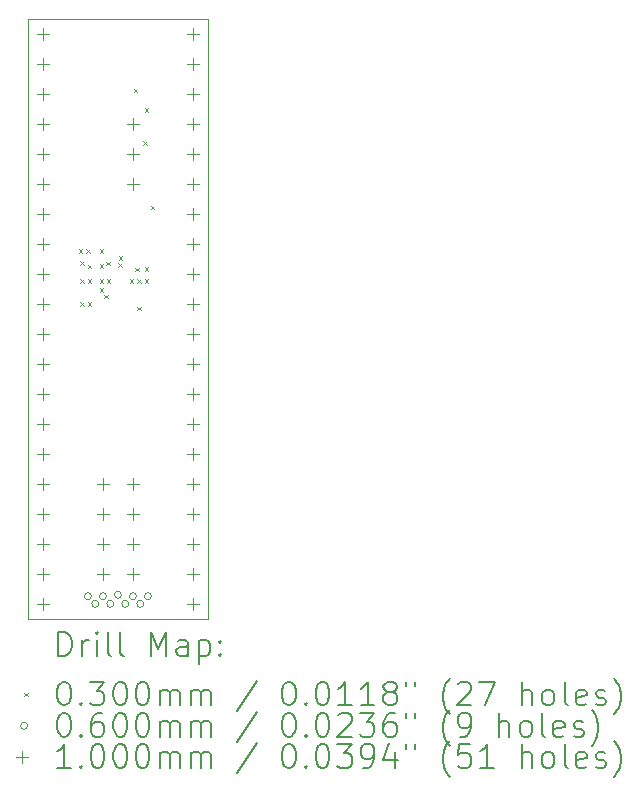
<source format=gbr>
%TF.GenerationSoftware,KiCad,Pcbnew,8.0.0*%
%TF.CreationDate,2024-03-15T22:38:59+11:00*%
%TF.ProjectId,PCAL6534EV-breakout,5043414c-3635-4333-9445-562d62726561,rev?*%
%TF.SameCoordinates,Original*%
%TF.FileFunction,Drillmap*%
%TF.FilePolarity,Positive*%
%FSLAX45Y45*%
G04 Gerber Fmt 4.5, Leading zero omitted, Abs format (unit mm)*
G04 Created by KiCad (PCBNEW 8.0.0) date 2024-03-15 22:38:59*
%MOMM*%
%LPD*%
G01*
G04 APERTURE LIST*
%ADD10C,0.050000*%
%ADD11C,0.200000*%
%ADD12C,0.100000*%
G04 APERTURE END LIST*
D10*
X14738000Y-8508000D02*
X16262000Y-8508000D01*
X16262000Y-13588000D01*
X14738000Y-13588000D01*
X14738000Y-8508000D01*
D11*
D12*
X15167500Y-10461500D02*
X15197500Y-10491500D01*
X15197500Y-10461500D02*
X15167500Y-10491500D01*
X15180200Y-10563100D02*
X15210200Y-10593100D01*
X15210200Y-10563100D02*
X15180200Y-10593100D01*
X15180200Y-10715500D02*
X15210200Y-10745500D01*
X15210200Y-10715500D02*
X15180200Y-10745500D01*
X15180200Y-10908100D02*
X15210200Y-10938100D01*
X15210200Y-10908100D02*
X15180200Y-10938100D01*
X15233100Y-10461500D02*
X15263100Y-10491500D01*
X15263100Y-10461500D02*
X15233100Y-10491500D01*
X15243588Y-10588612D02*
X15273588Y-10618612D01*
X15273588Y-10588612D02*
X15243588Y-10618612D01*
X15243700Y-10715500D02*
X15273700Y-10745500D01*
X15273700Y-10715500D02*
X15243700Y-10745500D01*
X15243723Y-10908100D02*
X15273723Y-10938100D01*
X15273723Y-10908100D02*
X15243723Y-10938100D01*
X15345300Y-10588500D02*
X15375300Y-10618500D01*
X15375300Y-10588500D02*
X15345300Y-10618500D01*
X15345300Y-10715500D02*
X15375300Y-10745500D01*
X15375300Y-10715500D02*
X15345300Y-10745500D01*
X15345300Y-10788500D02*
X15375300Y-10818500D01*
X15375300Y-10788500D02*
X15345300Y-10818500D01*
X15345700Y-10461500D02*
X15375700Y-10491500D01*
X15375700Y-10461500D02*
X15345700Y-10491500D01*
X15385000Y-10845000D02*
X15415000Y-10875000D01*
X15415000Y-10845000D02*
X15385000Y-10875000D01*
X15403541Y-10563315D02*
X15433541Y-10593315D01*
X15433541Y-10563315D02*
X15403541Y-10593315D01*
X15404000Y-10715500D02*
X15434000Y-10745500D01*
X15434000Y-10715500D02*
X15404000Y-10745500D01*
X15505000Y-10575800D02*
X15535000Y-10605800D01*
X15535000Y-10575800D02*
X15505000Y-10605800D01*
X15505698Y-10518000D02*
X15535698Y-10548000D01*
X15535698Y-10518000D02*
X15505698Y-10548000D01*
X15599300Y-10715500D02*
X15629300Y-10745500D01*
X15629300Y-10715500D02*
X15599300Y-10745500D01*
X15635003Y-9100203D02*
X15665003Y-9130203D01*
X15665003Y-9100203D02*
X15635003Y-9130203D01*
X15649196Y-10616699D02*
X15679196Y-10646699D01*
X15679196Y-10616699D02*
X15649196Y-10646699D01*
X15662800Y-10945500D02*
X15692800Y-10975500D01*
X15692800Y-10945500D02*
X15662800Y-10975500D01*
X15662800Y-10715500D02*
X15692800Y-10745500D01*
X15692800Y-10715500D02*
X15662800Y-10745500D01*
X15713600Y-9547100D02*
X15743600Y-9577100D01*
X15743600Y-9547100D02*
X15713600Y-9577100D01*
X15726300Y-9267700D02*
X15756300Y-9297700D01*
X15756300Y-9267700D02*
X15726300Y-9297700D01*
X15726300Y-10613900D02*
X15756300Y-10643900D01*
X15756300Y-10613900D02*
X15726300Y-10643900D01*
X15726300Y-10715500D02*
X15756300Y-10745500D01*
X15756300Y-10715500D02*
X15726300Y-10745500D01*
X15777100Y-10090200D02*
X15807100Y-10120200D01*
X15807100Y-10090200D02*
X15777100Y-10120200D01*
X15276000Y-13397500D02*
G75*
G02*
X15216000Y-13397500I-30000J0D01*
G01*
X15216000Y-13397500D02*
G75*
G02*
X15276000Y-13397500I30000J0D01*
G01*
X15339500Y-13461000D02*
G75*
G02*
X15279500Y-13461000I-30000J0D01*
G01*
X15279500Y-13461000D02*
G75*
G02*
X15339500Y-13461000I30000J0D01*
G01*
X15403000Y-13397500D02*
G75*
G02*
X15343000Y-13397500I-30000J0D01*
G01*
X15343000Y-13397500D02*
G75*
G02*
X15403000Y-13397500I30000J0D01*
G01*
X15466500Y-13461000D02*
G75*
G02*
X15406500Y-13461000I-30000J0D01*
G01*
X15406500Y-13461000D02*
G75*
G02*
X15466500Y-13461000I30000J0D01*
G01*
X15530000Y-13384800D02*
G75*
G02*
X15470000Y-13384800I-30000J0D01*
G01*
X15470000Y-13384800D02*
G75*
G02*
X15530000Y-13384800I30000J0D01*
G01*
X15593500Y-13461000D02*
G75*
G02*
X15533500Y-13461000I-30000J0D01*
G01*
X15533500Y-13461000D02*
G75*
G02*
X15593500Y-13461000I30000J0D01*
G01*
X15657000Y-13397500D02*
G75*
G02*
X15597000Y-13397500I-30000J0D01*
G01*
X15597000Y-13397500D02*
G75*
G02*
X15657000Y-13397500I30000J0D01*
G01*
X15720500Y-13461000D02*
G75*
G02*
X15660500Y-13461000I-30000J0D01*
G01*
X15660500Y-13461000D02*
G75*
G02*
X15720500Y-13461000I30000J0D01*
G01*
X15784000Y-13397500D02*
G75*
G02*
X15724000Y-13397500I-30000J0D01*
G01*
X15724000Y-13397500D02*
G75*
G02*
X15784000Y-13397500I30000J0D01*
G01*
X14865000Y-8585000D02*
X14865000Y-8685000D01*
X14815000Y-8635000D02*
X14915000Y-8635000D01*
X14865000Y-8839000D02*
X14865000Y-8939000D01*
X14815000Y-8889000D02*
X14915000Y-8889000D01*
X14865000Y-9093000D02*
X14865000Y-9193000D01*
X14815000Y-9143000D02*
X14915000Y-9143000D01*
X14865000Y-9347000D02*
X14865000Y-9447000D01*
X14815000Y-9397000D02*
X14915000Y-9397000D01*
X14865000Y-9601000D02*
X14865000Y-9701000D01*
X14815000Y-9651000D02*
X14915000Y-9651000D01*
X14865000Y-9855000D02*
X14865000Y-9955000D01*
X14815000Y-9905000D02*
X14915000Y-9905000D01*
X14865000Y-10109000D02*
X14865000Y-10209000D01*
X14815000Y-10159000D02*
X14915000Y-10159000D01*
X14865000Y-10363000D02*
X14865000Y-10463000D01*
X14815000Y-10413000D02*
X14915000Y-10413000D01*
X14865000Y-10617000D02*
X14865000Y-10717000D01*
X14815000Y-10667000D02*
X14915000Y-10667000D01*
X14865000Y-10871000D02*
X14865000Y-10971000D01*
X14815000Y-10921000D02*
X14915000Y-10921000D01*
X14865000Y-11125000D02*
X14865000Y-11225000D01*
X14815000Y-11175000D02*
X14915000Y-11175000D01*
X14865000Y-11379000D02*
X14865000Y-11479000D01*
X14815000Y-11429000D02*
X14915000Y-11429000D01*
X14865000Y-11633000D02*
X14865000Y-11733000D01*
X14815000Y-11683000D02*
X14915000Y-11683000D01*
X14865000Y-11887000D02*
X14865000Y-11987000D01*
X14815000Y-11937000D02*
X14915000Y-11937000D01*
X14865000Y-12141000D02*
X14865000Y-12241000D01*
X14815000Y-12191000D02*
X14915000Y-12191000D01*
X14865000Y-12395000D02*
X14865000Y-12495000D01*
X14815000Y-12445000D02*
X14915000Y-12445000D01*
X14865000Y-12649000D02*
X14865000Y-12749000D01*
X14815000Y-12699000D02*
X14915000Y-12699000D01*
X14865000Y-12903000D02*
X14865000Y-13003000D01*
X14815000Y-12953000D02*
X14915000Y-12953000D01*
X14865000Y-13157000D02*
X14865000Y-13257000D01*
X14815000Y-13207000D02*
X14915000Y-13207000D01*
X14865000Y-13411000D02*
X14865000Y-13511000D01*
X14815000Y-13461000D02*
X14915000Y-13461000D01*
X15372500Y-12395000D02*
X15372500Y-12495000D01*
X15322500Y-12445000D02*
X15422500Y-12445000D01*
X15372500Y-12649000D02*
X15372500Y-12749000D01*
X15322500Y-12699000D02*
X15422500Y-12699000D01*
X15372500Y-12903000D02*
X15372500Y-13003000D01*
X15322500Y-12953000D02*
X15422500Y-12953000D01*
X15372500Y-13157000D02*
X15372500Y-13257000D01*
X15322500Y-13207000D02*
X15422500Y-13207000D01*
X15626500Y-12395000D02*
X15626500Y-12495000D01*
X15576500Y-12445000D02*
X15676500Y-12445000D01*
X15626500Y-12649000D02*
X15626500Y-12749000D01*
X15576500Y-12699000D02*
X15676500Y-12699000D01*
X15626500Y-12903000D02*
X15626500Y-13003000D01*
X15576500Y-12953000D02*
X15676500Y-12953000D01*
X15626500Y-13157000D02*
X15626500Y-13257000D01*
X15576500Y-13207000D02*
X15676500Y-13207000D01*
X15627000Y-9348500D02*
X15627000Y-9448500D01*
X15577000Y-9398500D02*
X15677000Y-9398500D01*
X15627000Y-9602500D02*
X15627000Y-9702500D01*
X15577000Y-9652500D02*
X15677000Y-9652500D01*
X15627000Y-9856500D02*
X15627000Y-9956500D01*
X15577000Y-9906500D02*
X15677000Y-9906500D01*
X16135000Y-8585000D02*
X16135000Y-8685000D01*
X16085000Y-8635000D02*
X16185000Y-8635000D01*
X16135000Y-8839000D02*
X16135000Y-8939000D01*
X16085000Y-8889000D02*
X16185000Y-8889000D01*
X16135000Y-9093000D02*
X16135000Y-9193000D01*
X16085000Y-9143000D02*
X16185000Y-9143000D01*
X16135000Y-9347000D02*
X16135000Y-9447000D01*
X16085000Y-9397000D02*
X16185000Y-9397000D01*
X16135000Y-9601000D02*
X16135000Y-9701000D01*
X16085000Y-9651000D02*
X16185000Y-9651000D01*
X16135000Y-9855000D02*
X16135000Y-9955000D01*
X16085000Y-9905000D02*
X16185000Y-9905000D01*
X16135000Y-10109000D02*
X16135000Y-10209000D01*
X16085000Y-10159000D02*
X16185000Y-10159000D01*
X16135000Y-10363000D02*
X16135000Y-10463000D01*
X16085000Y-10413000D02*
X16185000Y-10413000D01*
X16135000Y-10617000D02*
X16135000Y-10717000D01*
X16085000Y-10667000D02*
X16185000Y-10667000D01*
X16135000Y-10871000D02*
X16135000Y-10971000D01*
X16085000Y-10921000D02*
X16185000Y-10921000D01*
X16135000Y-11125000D02*
X16135000Y-11225000D01*
X16085000Y-11175000D02*
X16185000Y-11175000D01*
X16135000Y-11379000D02*
X16135000Y-11479000D01*
X16085000Y-11429000D02*
X16185000Y-11429000D01*
X16135000Y-11633000D02*
X16135000Y-11733000D01*
X16085000Y-11683000D02*
X16185000Y-11683000D01*
X16135000Y-11887000D02*
X16135000Y-11987000D01*
X16085000Y-11937000D02*
X16185000Y-11937000D01*
X16135000Y-12141000D02*
X16135000Y-12241000D01*
X16085000Y-12191000D02*
X16185000Y-12191000D01*
X16135000Y-12395000D02*
X16135000Y-12495000D01*
X16085000Y-12445000D02*
X16185000Y-12445000D01*
X16135000Y-12649000D02*
X16135000Y-12749000D01*
X16085000Y-12699000D02*
X16185000Y-12699000D01*
X16135000Y-12903000D02*
X16135000Y-13003000D01*
X16085000Y-12953000D02*
X16185000Y-12953000D01*
X16135000Y-13157000D02*
X16135000Y-13257000D01*
X16085000Y-13207000D02*
X16185000Y-13207000D01*
X16135000Y-13411000D02*
X16135000Y-13511000D01*
X16085000Y-13461000D02*
X16185000Y-13461000D01*
D11*
X14996277Y-13901984D02*
X14996277Y-13701984D01*
X14996277Y-13701984D02*
X15043896Y-13701984D01*
X15043896Y-13701984D02*
X15072467Y-13711508D01*
X15072467Y-13711508D02*
X15091515Y-13730555D01*
X15091515Y-13730555D02*
X15101039Y-13749603D01*
X15101039Y-13749603D02*
X15110562Y-13787698D01*
X15110562Y-13787698D02*
X15110562Y-13816269D01*
X15110562Y-13816269D02*
X15101039Y-13854365D01*
X15101039Y-13854365D02*
X15091515Y-13873412D01*
X15091515Y-13873412D02*
X15072467Y-13892460D01*
X15072467Y-13892460D02*
X15043896Y-13901984D01*
X15043896Y-13901984D02*
X14996277Y-13901984D01*
X15196277Y-13901984D02*
X15196277Y-13768650D01*
X15196277Y-13806746D02*
X15205801Y-13787698D01*
X15205801Y-13787698D02*
X15215324Y-13778174D01*
X15215324Y-13778174D02*
X15234372Y-13768650D01*
X15234372Y-13768650D02*
X15253420Y-13768650D01*
X15320086Y-13901984D02*
X15320086Y-13768650D01*
X15320086Y-13701984D02*
X15310562Y-13711508D01*
X15310562Y-13711508D02*
X15320086Y-13721031D01*
X15320086Y-13721031D02*
X15329610Y-13711508D01*
X15329610Y-13711508D02*
X15320086Y-13701984D01*
X15320086Y-13701984D02*
X15320086Y-13721031D01*
X15443896Y-13901984D02*
X15424848Y-13892460D01*
X15424848Y-13892460D02*
X15415324Y-13873412D01*
X15415324Y-13873412D02*
X15415324Y-13701984D01*
X15548658Y-13901984D02*
X15529610Y-13892460D01*
X15529610Y-13892460D02*
X15520086Y-13873412D01*
X15520086Y-13873412D02*
X15520086Y-13701984D01*
X15777229Y-13901984D02*
X15777229Y-13701984D01*
X15777229Y-13701984D02*
X15843896Y-13844841D01*
X15843896Y-13844841D02*
X15910562Y-13701984D01*
X15910562Y-13701984D02*
X15910562Y-13901984D01*
X16091515Y-13901984D02*
X16091515Y-13797222D01*
X16091515Y-13797222D02*
X16081991Y-13778174D01*
X16081991Y-13778174D02*
X16062943Y-13768650D01*
X16062943Y-13768650D02*
X16024848Y-13768650D01*
X16024848Y-13768650D02*
X16005801Y-13778174D01*
X16091515Y-13892460D02*
X16072467Y-13901984D01*
X16072467Y-13901984D02*
X16024848Y-13901984D01*
X16024848Y-13901984D02*
X16005801Y-13892460D01*
X16005801Y-13892460D02*
X15996277Y-13873412D01*
X15996277Y-13873412D02*
X15996277Y-13854365D01*
X15996277Y-13854365D02*
X16005801Y-13835317D01*
X16005801Y-13835317D02*
X16024848Y-13825793D01*
X16024848Y-13825793D02*
X16072467Y-13825793D01*
X16072467Y-13825793D02*
X16091515Y-13816269D01*
X16186753Y-13768650D02*
X16186753Y-13968650D01*
X16186753Y-13778174D02*
X16205801Y-13768650D01*
X16205801Y-13768650D02*
X16243896Y-13768650D01*
X16243896Y-13768650D02*
X16262943Y-13778174D01*
X16262943Y-13778174D02*
X16272467Y-13787698D01*
X16272467Y-13787698D02*
X16281991Y-13806746D01*
X16281991Y-13806746D02*
X16281991Y-13863888D01*
X16281991Y-13863888D02*
X16272467Y-13882936D01*
X16272467Y-13882936D02*
X16262943Y-13892460D01*
X16262943Y-13892460D02*
X16243896Y-13901984D01*
X16243896Y-13901984D02*
X16205801Y-13901984D01*
X16205801Y-13901984D02*
X16186753Y-13892460D01*
X16367705Y-13882936D02*
X16377229Y-13892460D01*
X16377229Y-13892460D02*
X16367705Y-13901984D01*
X16367705Y-13901984D02*
X16358182Y-13892460D01*
X16358182Y-13892460D02*
X16367705Y-13882936D01*
X16367705Y-13882936D02*
X16367705Y-13901984D01*
X16367705Y-13778174D02*
X16377229Y-13787698D01*
X16377229Y-13787698D02*
X16367705Y-13797222D01*
X16367705Y-13797222D02*
X16358182Y-13787698D01*
X16358182Y-13787698D02*
X16367705Y-13778174D01*
X16367705Y-13778174D02*
X16367705Y-13797222D01*
D12*
X14705500Y-14215500D02*
X14735500Y-14245500D01*
X14735500Y-14215500D02*
X14705500Y-14245500D01*
D11*
X15034372Y-14121984D02*
X15053420Y-14121984D01*
X15053420Y-14121984D02*
X15072467Y-14131508D01*
X15072467Y-14131508D02*
X15081991Y-14141031D01*
X15081991Y-14141031D02*
X15091515Y-14160079D01*
X15091515Y-14160079D02*
X15101039Y-14198174D01*
X15101039Y-14198174D02*
X15101039Y-14245793D01*
X15101039Y-14245793D02*
X15091515Y-14283888D01*
X15091515Y-14283888D02*
X15081991Y-14302936D01*
X15081991Y-14302936D02*
X15072467Y-14312460D01*
X15072467Y-14312460D02*
X15053420Y-14321984D01*
X15053420Y-14321984D02*
X15034372Y-14321984D01*
X15034372Y-14321984D02*
X15015324Y-14312460D01*
X15015324Y-14312460D02*
X15005801Y-14302936D01*
X15005801Y-14302936D02*
X14996277Y-14283888D01*
X14996277Y-14283888D02*
X14986753Y-14245793D01*
X14986753Y-14245793D02*
X14986753Y-14198174D01*
X14986753Y-14198174D02*
X14996277Y-14160079D01*
X14996277Y-14160079D02*
X15005801Y-14141031D01*
X15005801Y-14141031D02*
X15015324Y-14131508D01*
X15015324Y-14131508D02*
X15034372Y-14121984D01*
X15186753Y-14302936D02*
X15196277Y-14312460D01*
X15196277Y-14312460D02*
X15186753Y-14321984D01*
X15186753Y-14321984D02*
X15177229Y-14312460D01*
X15177229Y-14312460D02*
X15186753Y-14302936D01*
X15186753Y-14302936D02*
X15186753Y-14321984D01*
X15262943Y-14121984D02*
X15386753Y-14121984D01*
X15386753Y-14121984D02*
X15320086Y-14198174D01*
X15320086Y-14198174D02*
X15348658Y-14198174D01*
X15348658Y-14198174D02*
X15367705Y-14207698D01*
X15367705Y-14207698D02*
X15377229Y-14217222D01*
X15377229Y-14217222D02*
X15386753Y-14236269D01*
X15386753Y-14236269D02*
X15386753Y-14283888D01*
X15386753Y-14283888D02*
X15377229Y-14302936D01*
X15377229Y-14302936D02*
X15367705Y-14312460D01*
X15367705Y-14312460D02*
X15348658Y-14321984D01*
X15348658Y-14321984D02*
X15291515Y-14321984D01*
X15291515Y-14321984D02*
X15272467Y-14312460D01*
X15272467Y-14312460D02*
X15262943Y-14302936D01*
X15510562Y-14121984D02*
X15529610Y-14121984D01*
X15529610Y-14121984D02*
X15548658Y-14131508D01*
X15548658Y-14131508D02*
X15558182Y-14141031D01*
X15558182Y-14141031D02*
X15567705Y-14160079D01*
X15567705Y-14160079D02*
X15577229Y-14198174D01*
X15577229Y-14198174D02*
X15577229Y-14245793D01*
X15577229Y-14245793D02*
X15567705Y-14283888D01*
X15567705Y-14283888D02*
X15558182Y-14302936D01*
X15558182Y-14302936D02*
X15548658Y-14312460D01*
X15548658Y-14312460D02*
X15529610Y-14321984D01*
X15529610Y-14321984D02*
X15510562Y-14321984D01*
X15510562Y-14321984D02*
X15491515Y-14312460D01*
X15491515Y-14312460D02*
X15481991Y-14302936D01*
X15481991Y-14302936D02*
X15472467Y-14283888D01*
X15472467Y-14283888D02*
X15462943Y-14245793D01*
X15462943Y-14245793D02*
X15462943Y-14198174D01*
X15462943Y-14198174D02*
X15472467Y-14160079D01*
X15472467Y-14160079D02*
X15481991Y-14141031D01*
X15481991Y-14141031D02*
X15491515Y-14131508D01*
X15491515Y-14131508D02*
X15510562Y-14121984D01*
X15701039Y-14121984D02*
X15720086Y-14121984D01*
X15720086Y-14121984D02*
X15739134Y-14131508D01*
X15739134Y-14131508D02*
X15748658Y-14141031D01*
X15748658Y-14141031D02*
X15758182Y-14160079D01*
X15758182Y-14160079D02*
X15767705Y-14198174D01*
X15767705Y-14198174D02*
X15767705Y-14245793D01*
X15767705Y-14245793D02*
X15758182Y-14283888D01*
X15758182Y-14283888D02*
X15748658Y-14302936D01*
X15748658Y-14302936D02*
X15739134Y-14312460D01*
X15739134Y-14312460D02*
X15720086Y-14321984D01*
X15720086Y-14321984D02*
X15701039Y-14321984D01*
X15701039Y-14321984D02*
X15681991Y-14312460D01*
X15681991Y-14312460D02*
X15672467Y-14302936D01*
X15672467Y-14302936D02*
X15662943Y-14283888D01*
X15662943Y-14283888D02*
X15653420Y-14245793D01*
X15653420Y-14245793D02*
X15653420Y-14198174D01*
X15653420Y-14198174D02*
X15662943Y-14160079D01*
X15662943Y-14160079D02*
X15672467Y-14141031D01*
X15672467Y-14141031D02*
X15681991Y-14131508D01*
X15681991Y-14131508D02*
X15701039Y-14121984D01*
X15853420Y-14321984D02*
X15853420Y-14188650D01*
X15853420Y-14207698D02*
X15862943Y-14198174D01*
X15862943Y-14198174D02*
X15881991Y-14188650D01*
X15881991Y-14188650D02*
X15910563Y-14188650D01*
X15910563Y-14188650D02*
X15929610Y-14198174D01*
X15929610Y-14198174D02*
X15939134Y-14217222D01*
X15939134Y-14217222D02*
X15939134Y-14321984D01*
X15939134Y-14217222D02*
X15948658Y-14198174D01*
X15948658Y-14198174D02*
X15967705Y-14188650D01*
X15967705Y-14188650D02*
X15996277Y-14188650D01*
X15996277Y-14188650D02*
X16015324Y-14198174D01*
X16015324Y-14198174D02*
X16024848Y-14217222D01*
X16024848Y-14217222D02*
X16024848Y-14321984D01*
X16120086Y-14321984D02*
X16120086Y-14188650D01*
X16120086Y-14207698D02*
X16129610Y-14198174D01*
X16129610Y-14198174D02*
X16148658Y-14188650D01*
X16148658Y-14188650D02*
X16177229Y-14188650D01*
X16177229Y-14188650D02*
X16196277Y-14198174D01*
X16196277Y-14198174D02*
X16205801Y-14217222D01*
X16205801Y-14217222D02*
X16205801Y-14321984D01*
X16205801Y-14217222D02*
X16215324Y-14198174D01*
X16215324Y-14198174D02*
X16234372Y-14188650D01*
X16234372Y-14188650D02*
X16262943Y-14188650D01*
X16262943Y-14188650D02*
X16281991Y-14198174D01*
X16281991Y-14198174D02*
X16291515Y-14217222D01*
X16291515Y-14217222D02*
X16291515Y-14321984D01*
X16681991Y-14112460D02*
X16510563Y-14369603D01*
X16939134Y-14121984D02*
X16958182Y-14121984D01*
X16958182Y-14121984D02*
X16977229Y-14131508D01*
X16977229Y-14131508D02*
X16986753Y-14141031D01*
X16986753Y-14141031D02*
X16996277Y-14160079D01*
X16996277Y-14160079D02*
X17005801Y-14198174D01*
X17005801Y-14198174D02*
X17005801Y-14245793D01*
X17005801Y-14245793D02*
X16996277Y-14283888D01*
X16996277Y-14283888D02*
X16986753Y-14302936D01*
X16986753Y-14302936D02*
X16977229Y-14312460D01*
X16977229Y-14312460D02*
X16958182Y-14321984D01*
X16958182Y-14321984D02*
X16939134Y-14321984D01*
X16939134Y-14321984D02*
X16920087Y-14312460D01*
X16920087Y-14312460D02*
X16910563Y-14302936D01*
X16910563Y-14302936D02*
X16901039Y-14283888D01*
X16901039Y-14283888D02*
X16891515Y-14245793D01*
X16891515Y-14245793D02*
X16891515Y-14198174D01*
X16891515Y-14198174D02*
X16901039Y-14160079D01*
X16901039Y-14160079D02*
X16910563Y-14141031D01*
X16910563Y-14141031D02*
X16920087Y-14131508D01*
X16920087Y-14131508D02*
X16939134Y-14121984D01*
X17091515Y-14302936D02*
X17101039Y-14312460D01*
X17101039Y-14312460D02*
X17091515Y-14321984D01*
X17091515Y-14321984D02*
X17081991Y-14312460D01*
X17081991Y-14312460D02*
X17091515Y-14302936D01*
X17091515Y-14302936D02*
X17091515Y-14321984D01*
X17224848Y-14121984D02*
X17243896Y-14121984D01*
X17243896Y-14121984D02*
X17262944Y-14131508D01*
X17262944Y-14131508D02*
X17272468Y-14141031D01*
X17272468Y-14141031D02*
X17281991Y-14160079D01*
X17281991Y-14160079D02*
X17291515Y-14198174D01*
X17291515Y-14198174D02*
X17291515Y-14245793D01*
X17291515Y-14245793D02*
X17281991Y-14283888D01*
X17281991Y-14283888D02*
X17272468Y-14302936D01*
X17272468Y-14302936D02*
X17262944Y-14312460D01*
X17262944Y-14312460D02*
X17243896Y-14321984D01*
X17243896Y-14321984D02*
X17224848Y-14321984D01*
X17224848Y-14321984D02*
X17205801Y-14312460D01*
X17205801Y-14312460D02*
X17196277Y-14302936D01*
X17196277Y-14302936D02*
X17186753Y-14283888D01*
X17186753Y-14283888D02*
X17177229Y-14245793D01*
X17177229Y-14245793D02*
X17177229Y-14198174D01*
X17177229Y-14198174D02*
X17186753Y-14160079D01*
X17186753Y-14160079D02*
X17196277Y-14141031D01*
X17196277Y-14141031D02*
X17205801Y-14131508D01*
X17205801Y-14131508D02*
X17224848Y-14121984D01*
X17481991Y-14321984D02*
X17367706Y-14321984D01*
X17424848Y-14321984D02*
X17424848Y-14121984D01*
X17424848Y-14121984D02*
X17405801Y-14150555D01*
X17405801Y-14150555D02*
X17386753Y-14169603D01*
X17386753Y-14169603D02*
X17367706Y-14179127D01*
X17672468Y-14321984D02*
X17558182Y-14321984D01*
X17615325Y-14321984D02*
X17615325Y-14121984D01*
X17615325Y-14121984D02*
X17596277Y-14150555D01*
X17596277Y-14150555D02*
X17577229Y-14169603D01*
X17577229Y-14169603D02*
X17558182Y-14179127D01*
X17786753Y-14207698D02*
X17767706Y-14198174D01*
X17767706Y-14198174D02*
X17758182Y-14188650D01*
X17758182Y-14188650D02*
X17748658Y-14169603D01*
X17748658Y-14169603D02*
X17748658Y-14160079D01*
X17748658Y-14160079D02*
X17758182Y-14141031D01*
X17758182Y-14141031D02*
X17767706Y-14131508D01*
X17767706Y-14131508D02*
X17786753Y-14121984D01*
X17786753Y-14121984D02*
X17824849Y-14121984D01*
X17824849Y-14121984D02*
X17843896Y-14131508D01*
X17843896Y-14131508D02*
X17853420Y-14141031D01*
X17853420Y-14141031D02*
X17862944Y-14160079D01*
X17862944Y-14160079D02*
X17862944Y-14169603D01*
X17862944Y-14169603D02*
X17853420Y-14188650D01*
X17853420Y-14188650D02*
X17843896Y-14198174D01*
X17843896Y-14198174D02*
X17824849Y-14207698D01*
X17824849Y-14207698D02*
X17786753Y-14207698D01*
X17786753Y-14207698D02*
X17767706Y-14217222D01*
X17767706Y-14217222D02*
X17758182Y-14226746D01*
X17758182Y-14226746D02*
X17748658Y-14245793D01*
X17748658Y-14245793D02*
X17748658Y-14283888D01*
X17748658Y-14283888D02*
X17758182Y-14302936D01*
X17758182Y-14302936D02*
X17767706Y-14312460D01*
X17767706Y-14312460D02*
X17786753Y-14321984D01*
X17786753Y-14321984D02*
X17824849Y-14321984D01*
X17824849Y-14321984D02*
X17843896Y-14312460D01*
X17843896Y-14312460D02*
X17853420Y-14302936D01*
X17853420Y-14302936D02*
X17862944Y-14283888D01*
X17862944Y-14283888D02*
X17862944Y-14245793D01*
X17862944Y-14245793D02*
X17853420Y-14226746D01*
X17853420Y-14226746D02*
X17843896Y-14217222D01*
X17843896Y-14217222D02*
X17824849Y-14207698D01*
X17939134Y-14121984D02*
X17939134Y-14160079D01*
X18015325Y-14121984D02*
X18015325Y-14160079D01*
X18310563Y-14398174D02*
X18301039Y-14388650D01*
X18301039Y-14388650D02*
X18281991Y-14360079D01*
X18281991Y-14360079D02*
X18272468Y-14341031D01*
X18272468Y-14341031D02*
X18262944Y-14312460D01*
X18262944Y-14312460D02*
X18253420Y-14264841D01*
X18253420Y-14264841D02*
X18253420Y-14226746D01*
X18253420Y-14226746D02*
X18262944Y-14179127D01*
X18262944Y-14179127D02*
X18272468Y-14150555D01*
X18272468Y-14150555D02*
X18281991Y-14131508D01*
X18281991Y-14131508D02*
X18301039Y-14102936D01*
X18301039Y-14102936D02*
X18310563Y-14093412D01*
X18377230Y-14141031D02*
X18386753Y-14131508D01*
X18386753Y-14131508D02*
X18405801Y-14121984D01*
X18405801Y-14121984D02*
X18453420Y-14121984D01*
X18453420Y-14121984D02*
X18472468Y-14131508D01*
X18472468Y-14131508D02*
X18481991Y-14141031D01*
X18481991Y-14141031D02*
X18491515Y-14160079D01*
X18491515Y-14160079D02*
X18491515Y-14179127D01*
X18491515Y-14179127D02*
X18481991Y-14207698D01*
X18481991Y-14207698D02*
X18367706Y-14321984D01*
X18367706Y-14321984D02*
X18491515Y-14321984D01*
X18558182Y-14121984D02*
X18691515Y-14121984D01*
X18691515Y-14121984D02*
X18605801Y-14321984D01*
X18920087Y-14321984D02*
X18920087Y-14121984D01*
X19005801Y-14321984D02*
X19005801Y-14217222D01*
X19005801Y-14217222D02*
X18996277Y-14198174D01*
X18996277Y-14198174D02*
X18977230Y-14188650D01*
X18977230Y-14188650D02*
X18948658Y-14188650D01*
X18948658Y-14188650D02*
X18929611Y-14198174D01*
X18929611Y-14198174D02*
X18920087Y-14207698D01*
X19129611Y-14321984D02*
X19110563Y-14312460D01*
X19110563Y-14312460D02*
X19101039Y-14302936D01*
X19101039Y-14302936D02*
X19091515Y-14283888D01*
X19091515Y-14283888D02*
X19091515Y-14226746D01*
X19091515Y-14226746D02*
X19101039Y-14207698D01*
X19101039Y-14207698D02*
X19110563Y-14198174D01*
X19110563Y-14198174D02*
X19129611Y-14188650D01*
X19129611Y-14188650D02*
X19158182Y-14188650D01*
X19158182Y-14188650D02*
X19177230Y-14198174D01*
X19177230Y-14198174D02*
X19186753Y-14207698D01*
X19186753Y-14207698D02*
X19196277Y-14226746D01*
X19196277Y-14226746D02*
X19196277Y-14283888D01*
X19196277Y-14283888D02*
X19186753Y-14302936D01*
X19186753Y-14302936D02*
X19177230Y-14312460D01*
X19177230Y-14312460D02*
X19158182Y-14321984D01*
X19158182Y-14321984D02*
X19129611Y-14321984D01*
X19310563Y-14321984D02*
X19291515Y-14312460D01*
X19291515Y-14312460D02*
X19281992Y-14293412D01*
X19281992Y-14293412D02*
X19281992Y-14121984D01*
X19462944Y-14312460D02*
X19443896Y-14321984D01*
X19443896Y-14321984D02*
X19405801Y-14321984D01*
X19405801Y-14321984D02*
X19386753Y-14312460D01*
X19386753Y-14312460D02*
X19377230Y-14293412D01*
X19377230Y-14293412D02*
X19377230Y-14217222D01*
X19377230Y-14217222D02*
X19386753Y-14198174D01*
X19386753Y-14198174D02*
X19405801Y-14188650D01*
X19405801Y-14188650D02*
X19443896Y-14188650D01*
X19443896Y-14188650D02*
X19462944Y-14198174D01*
X19462944Y-14198174D02*
X19472468Y-14217222D01*
X19472468Y-14217222D02*
X19472468Y-14236269D01*
X19472468Y-14236269D02*
X19377230Y-14255317D01*
X19548658Y-14312460D02*
X19567706Y-14321984D01*
X19567706Y-14321984D02*
X19605801Y-14321984D01*
X19605801Y-14321984D02*
X19624849Y-14312460D01*
X19624849Y-14312460D02*
X19634373Y-14293412D01*
X19634373Y-14293412D02*
X19634373Y-14283888D01*
X19634373Y-14283888D02*
X19624849Y-14264841D01*
X19624849Y-14264841D02*
X19605801Y-14255317D01*
X19605801Y-14255317D02*
X19577230Y-14255317D01*
X19577230Y-14255317D02*
X19558182Y-14245793D01*
X19558182Y-14245793D02*
X19548658Y-14226746D01*
X19548658Y-14226746D02*
X19548658Y-14217222D01*
X19548658Y-14217222D02*
X19558182Y-14198174D01*
X19558182Y-14198174D02*
X19577230Y-14188650D01*
X19577230Y-14188650D02*
X19605801Y-14188650D01*
X19605801Y-14188650D02*
X19624849Y-14198174D01*
X19701039Y-14398174D02*
X19710563Y-14388650D01*
X19710563Y-14388650D02*
X19729611Y-14360079D01*
X19729611Y-14360079D02*
X19739134Y-14341031D01*
X19739134Y-14341031D02*
X19748658Y-14312460D01*
X19748658Y-14312460D02*
X19758182Y-14264841D01*
X19758182Y-14264841D02*
X19758182Y-14226746D01*
X19758182Y-14226746D02*
X19748658Y-14179127D01*
X19748658Y-14179127D02*
X19739134Y-14150555D01*
X19739134Y-14150555D02*
X19729611Y-14131508D01*
X19729611Y-14131508D02*
X19710563Y-14102936D01*
X19710563Y-14102936D02*
X19701039Y-14093412D01*
D12*
X14735500Y-14494500D02*
G75*
G02*
X14675500Y-14494500I-30000J0D01*
G01*
X14675500Y-14494500D02*
G75*
G02*
X14735500Y-14494500I30000J0D01*
G01*
D11*
X15034372Y-14385984D02*
X15053420Y-14385984D01*
X15053420Y-14385984D02*
X15072467Y-14395508D01*
X15072467Y-14395508D02*
X15081991Y-14405031D01*
X15081991Y-14405031D02*
X15091515Y-14424079D01*
X15091515Y-14424079D02*
X15101039Y-14462174D01*
X15101039Y-14462174D02*
X15101039Y-14509793D01*
X15101039Y-14509793D02*
X15091515Y-14547888D01*
X15091515Y-14547888D02*
X15081991Y-14566936D01*
X15081991Y-14566936D02*
X15072467Y-14576460D01*
X15072467Y-14576460D02*
X15053420Y-14585984D01*
X15053420Y-14585984D02*
X15034372Y-14585984D01*
X15034372Y-14585984D02*
X15015324Y-14576460D01*
X15015324Y-14576460D02*
X15005801Y-14566936D01*
X15005801Y-14566936D02*
X14996277Y-14547888D01*
X14996277Y-14547888D02*
X14986753Y-14509793D01*
X14986753Y-14509793D02*
X14986753Y-14462174D01*
X14986753Y-14462174D02*
X14996277Y-14424079D01*
X14996277Y-14424079D02*
X15005801Y-14405031D01*
X15005801Y-14405031D02*
X15015324Y-14395508D01*
X15015324Y-14395508D02*
X15034372Y-14385984D01*
X15186753Y-14566936D02*
X15196277Y-14576460D01*
X15196277Y-14576460D02*
X15186753Y-14585984D01*
X15186753Y-14585984D02*
X15177229Y-14576460D01*
X15177229Y-14576460D02*
X15186753Y-14566936D01*
X15186753Y-14566936D02*
X15186753Y-14585984D01*
X15367705Y-14385984D02*
X15329610Y-14385984D01*
X15329610Y-14385984D02*
X15310562Y-14395508D01*
X15310562Y-14395508D02*
X15301039Y-14405031D01*
X15301039Y-14405031D02*
X15281991Y-14433603D01*
X15281991Y-14433603D02*
X15272467Y-14471698D01*
X15272467Y-14471698D02*
X15272467Y-14547888D01*
X15272467Y-14547888D02*
X15281991Y-14566936D01*
X15281991Y-14566936D02*
X15291515Y-14576460D01*
X15291515Y-14576460D02*
X15310562Y-14585984D01*
X15310562Y-14585984D02*
X15348658Y-14585984D01*
X15348658Y-14585984D02*
X15367705Y-14576460D01*
X15367705Y-14576460D02*
X15377229Y-14566936D01*
X15377229Y-14566936D02*
X15386753Y-14547888D01*
X15386753Y-14547888D02*
X15386753Y-14500269D01*
X15386753Y-14500269D02*
X15377229Y-14481222D01*
X15377229Y-14481222D02*
X15367705Y-14471698D01*
X15367705Y-14471698D02*
X15348658Y-14462174D01*
X15348658Y-14462174D02*
X15310562Y-14462174D01*
X15310562Y-14462174D02*
X15291515Y-14471698D01*
X15291515Y-14471698D02*
X15281991Y-14481222D01*
X15281991Y-14481222D02*
X15272467Y-14500269D01*
X15510562Y-14385984D02*
X15529610Y-14385984D01*
X15529610Y-14385984D02*
X15548658Y-14395508D01*
X15548658Y-14395508D02*
X15558182Y-14405031D01*
X15558182Y-14405031D02*
X15567705Y-14424079D01*
X15567705Y-14424079D02*
X15577229Y-14462174D01*
X15577229Y-14462174D02*
X15577229Y-14509793D01*
X15577229Y-14509793D02*
X15567705Y-14547888D01*
X15567705Y-14547888D02*
X15558182Y-14566936D01*
X15558182Y-14566936D02*
X15548658Y-14576460D01*
X15548658Y-14576460D02*
X15529610Y-14585984D01*
X15529610Y-14585984D02*
X15510562Y-14585984D01*
X15510562Y-14585984D02*
X15491515Y-14576460D01*
X15491515Y-14576460D02*
X15481991Y-14566936D01*
X15481991Y-14566936D02*
X15472467Y-14547888D01*
X15472467Y-14547888D02*
X15462943Y-14509793D01*
X15462943Y-14509793D02*
X15462943Y-14462174D01*
X15462943Y-14462174D02*
X15472467Y-14424079D01*
X15472467Y-14424079D02*
X15481991Y-14405031D01*
X15481991Y-14405031D02*
X15491515Y-14395508D01*
X15491515Y-14395508D02*
X15510562Y-14385984D01*
X15701039Y-14385984D02*
X15720086Y-14385984D01*
X15720086Y-14385984D02*
X15739134Y-14395508D01*
X15739134Y-14395508D02*
X15748658Y-14405031D01*
X15748658Y-14405031D02*
X15758182Y-14424079D01*
X15758182Y-14424079D02*
X15767705Y-14462174D01*
X15767705Y-14462174D02*
X15767705Y-14509793D01*
X15767705Y-14509793D02*
X15758182Y-14547888D01*
X15758182Y-14547888D02*
X15748658Y-14566936D01*
X15748658Y-14566936D02*
X15739134Y-14576460D01*
X15739134Y-14576460D02*
X15720086Y-14585984D01*
X15720086Y-14585984D02*
X15701039Y-14585984D01*
X15701039Y-14585984D02*
X15681991Y-14576460D01*
X15681991Y-14576460D02*
X15672467Y-14566936D01*
X15672467Y-14566936D02*
X15662943Y-14547888D01*
X15662943Y-14547888D02*
X15653420Y-14509793D01*
X15653420Y-14509793D02*
X15653420Y-14462174D01*
X15653420Y-14462174D02*
X15662943Y-14424079D01*
X15662943Y-14424079D02*
X15672467Y-14405031D01*
X15672467Y-14405031D02*
X15681991Y-14395508D01*
X15681991Y-14395508D02*
X15701039Y-14385984D01*
X15853420Y-14585984D02*
X15853420Y-14452650D01*
X15853420Y-14471698D02*
X15862943Y-14462174D01*
X15862943Y-14462174D02*
X15881991Y-14452650D01*
X15881991Y-14452650D02*
X15910563Y-14452650D01*
X15910563Y-14452650D02*
X15929610Y-14462174D01*
X15929610Y-14462174D02*
X15939134Y-14481222D01*
X15939134Y-14481222D02*
X15939134Y-14585984D01*
X15939134Y-14481222D02*
X15948658Y-14462174D01*
X15948658Y-14462174D02*
X15967705Y-14452650D01*
X15967705Y-14452650D02*
X15996277Y-14452650D01*
X15996277Y-14452650D02*
X16015324Y-14462174D01*
X16015324Y-14462174D02*
X16024848Y-14481222D01*
X16024848Y-14481222D02*
X16024848Y-14585984D01*
X16120086Y-14585984D02*
X16120086Y-14452650D01*
X16120086Y-14471698D02*
X16129610Y-14462174D01*
X16129610Y-14462174D02*
X16148658Y-14452650D01*
X16148658Y-14452650D02*
X16177229Y-14452650D01*
X16177229Y-14452650D02*
X16196277Y-14462174D01*
X16196277Y-14462174D02*
X16205801Y-14481222D01*
X16205801Y-14481222D02*
X16205801Y-14585984D01*
X16205801Y-14481222D02*
X16215324Y-14462174D01*
X16215324Y-14462174D02*
X16234372Y-14452650D01*
X16234372Y-14452650D02*
X16262943Y-14452650D01*
X16262943Y-14452650D02*
X16281991Y-14462174D01*
X16281991Y-14462174D02*
X16291515Y-14481222D01*
X16291515Y-14481222D02*
X16291515Y-14585984D01*
X16681991Y-14376460D02*
X16510563Y-14633603D01*
X16939134Y-14385984D02*
X16958182Y-14385984D01*
X16958182Y-14385984D02*
X16977229Y-14395508D01*
X16977229Y-14395508D02*
X16986753Y-14405031D01*
X16986753Y-14405031D02*
X16996277Y-14424079D01*
X16996277Y-14424079D02*
X17005801Y-14462174D01*
X17005801Y-14462174D02*
X17005801Y-14509793D01*
X17005801Y-14509793D02*
X16996277Y-14547888D01*
X16996277Y-14547888D02*
X16986753Y-14566936D01*
X16986753Y-14566936D02*
X16977229Y-14576460D01*
X16977229Y-14576460D02*
X16958182Y-14585984D01*
X16958182Y-14585984D02*
X16939134Y-14585984D01*
X16939134Y-14585984D02*
X16920087Y-14576460D01*
X16920087Y-14576460D02*
X16910563Y-14566936D01*
X16910563Y-14566936D02*
X16901039Y-14547888D01*
X16901039Y-14547888D02*
X16891515Y-14509793D01*
X16891515Y-14509793D02*
X16891515Y-14462174D01*
X16891515Y-14462174D02*
X16901039Y-14424079D01*
X16901039Y-14424079D02*
X16910563Y-14405031D01*
X16910563Y-14405031D02*
X16920087Y-14395508D01*
X16920087Y-14395508D02*
X16939134Y-14385984D01*
X17091515Y-14566936D02*
X17101039Y-14576460D01*
X17101039Y-14576460D02*
X17091515Y-14585984D01*
X17091515Y-14585984D02*
X17081991Y-14576460D01*
X17081991Y-14576460D02*
X17091515Y-14566936D01*
X17091515Y-14566936D02*
X17091515Y-14585984D01*
X17224848Y-14385984D02*
X17243896Y-14385984D01*
X17243896Y-14385984D02*
X17262944Y-14395508D01*
X17262944Y-14395508D02*
X17272468Y-14405031D01*
X17272468Y-14405031D02*
X17281991Y-14424079D01*
X17281991Y-14424079D02*
X17291515Y-14462174D01*
X17291515Y-14462174D02*
X17291515Y-14509793D01*
X17291515Y-14509793D02*
X17281991Y-14547888D01*
X17281991Y-14547888D02*
X17272468Y-14566936D01*
X17272468Y-14566936D02*
X17262944Y-14576460D01*
X17262944Y-14576460D02*
X17243896Y-14585984D01*
X17243896Y-14585984D02*
X17224848Y-14585984D01*
X17224848Y-14585984D02*
X17205801Y-14576460D01*
X17205801Y-14576460D02*
X17196277Y-14566936D01*
X17196277Y-14566936D02*
X17186753Y-14547888D01*
X17186753Y-14547888D02*
X17177229Y-14509793D01*
X17177229Y-14509793D02*
X17177229Y-14462174D01*
X17177229Y-14462174D02*
X17186753Y-14424079D01*
X17186753Y-14424079D02*
X17196277Y-14405031D01*
X17196277Y-14405031D02*
X17205801Y-14395508D01*
X17205801Y-14395508D02*
X17224848Y-14385984D01*
X17367706Y-14405031D02*
X17377229Y-14395508D01*
X17377229Y-14395508D02*
X17396277Y-14385984D01*
X17396277Y-14385984D02*
X17443896Y-14385984D01*
X17443896Y-14385984D02*
X17462944Y-14395508D01*
X17462944Y-14395508D02*
X17472468Y-14405031D01*
X17472468Y-14405031D02*
X17481991Y-14424079D01*
X17481991Y-14424079D02*
X17481991Y-14443127D01*
X17481991Y-14443127D02*
X17472468Y-14471698D01*
X17472468Y-14471698D02*
X17358182Y-14585984D01*
X17358182Y-14585984D02*
X17481991Y-14585984D01*
X17548658Y-14385984D02*
X17672468Y-14385984D01*
X17672468Y-14385984D02*
X17605801Y-14462174D01*
X17605801Y-14462174D02*
X17634372Y-14462174D01*
X17634372Y-14462174D02*
X17653420Y-14471698D01*
X17653420Y-14471698D02*
X17662944Y-14481222D01*
X17662944Y-14481222D02*
X17672468Y-14500269D01*
X17672468Y-14500269D02*
X17672468Y-14547888D01*
X17672468Y-14547888D02*
X17662944Y-14566936D01*
X17662944Y-14566936D02*
X17653420Y-14576460D01*
X17653420Y-14576460D02*
X17634372Y-14585984D01*
X17634372Y-14585984D02*
X17577229Y-14585984D01*
X17577229Y-14585984D02*
X17558182Y-14576460D01*
X17558182Y-14576460D02*
X17548658Y-14566936D01*
X17843896Y-14385984D02*
X17805801Y-14385984D01*
X17805801Y-14385984D02*
X17786753Y-14395508D01*
X17786753Y-14395508D02*
X17777229Y-14405031D01*
X17777229Y-14405031D02*
X17758182Y-14433603D01*
X17758182Y-14433603D02*
X17748658Y-14471698D01*
X17748658Y-14471698D02*
X17748658Y-14547888D01*
X17748658Y-14547888D02*
X17758182Y-14566936D01*
X17758182Y-14566936D02*
X17767706Y-14576460D01*
X17767706Y-14576460D02*
X17786753Y-14585984D01*
X17786753Y-14585984D02*
X17824849Y-14585984D01*
X17824849Y-14585984D02*
X17843896Y-14576460D01*
X17843896Y-14576460D02*
X17853420Y-14566936D01*
X17853420Y-14566936D02*
X17862944Y-14547888D01*
X17862944Y-14547888D02*
X17862944Y-14500269D01*
X17862944Y-14500269D02*
X17853420Y-14481222D01*
X17853420Y-14481222D02*
X17843896Y-14471698D01*
X17843896Y-14471698D02*
X17824849Y-14462174D01*
X17824849Y-14462174D02*
X17786753Y-14462174D01*
X17786753Y-14462174D02*
X17767706Y-14471698D01*
X17767706Y-14471698D02*
X17758182Y-14481222D01*
X17758182Y-14481222D02*
X17748658Y-14500269D01*
X17939134Y-14385984D02*
X17939134Y-14424079D01*
X18015325Y-14385984D02*
X18015325Y-14424079D01*
X18310563Y-14662174D02*
X18301039Y-14652650D01*
X18301039Y-14652650D02*
X18281991Y-14624079D01*
X18281991Y-14624079D02*
X18272468Y-14605031D01*
X18272468Y-14605031D02*
X18262944Y-14576460D01*
X18262944Y-14576460D02*
X18253420Y-14528841D01*
X18253420Y-14528841D02*
X18253420Y-14490746D01*
X18253420Y-14490746D02*
X18262944Y-14443127D01*
X18262944Y-14443127D02*
X18272468Y-14414555D01*
X18272468Y-14414555D02*
X18281991Y-14395508D01*
X18281991Y-14395508D02*
X18301039Y-14366936D01*
X18301039Y-14366936D02*
X18310563Y-14357412D01*
X18396277Y-14585984D02*
X18434372Y-14585984D01*
X18434372Y-14585984D02*
X18453420Y-14576460D01*
X18453420Y-14576460D02*
X18462944Y-14566936D01*
X18462944Y-14566936D02*
X18481991Y-14538365D01*
X18481991Y-14538365D02*
X18491515Y-14500269D01*
X18491515Y-14500269D02*
X18491515Y-14424079D01*
X18491515Y-14424079D02*
X18481991Y-14405031D01*
X18481991Y-14405031D02*
X18472468Y-14395508D01*
X18472468Y-14395508D02*
X18453420Y-14385984D01*
X18453420Y-14385984D02*
X18415325Y-14385984D01*
X18415325Y-14385984D02*
X18396277Y-14395508D01*
X18396277Y-14395508D02*
X18386753Y-14405031D01*
X18386753Y-14405031D02*
X18377230Y-14424079D01*
X18377230Y-14424079D02*
X18377230Y-14471698D01*
X18377230Y-14471698D02*
X18386753Y-14490746D01*
X18386753Y-14490746D02*
X18396277Y-14500269D01*
X18396277Y-14500269D02*
X18415325Y-14509793D01*
X18415325Y-14509793D02*
X18453420Y-14509793D01*
X18453420Y-14509793D02*
X18472468Y-14500269D01*
X18472468Y-14500269D02*
X18481991Y-14490746D01*
X18481991Y-14490746D02*
X18491515Y-14471698D01*
X18729611Y-14585984D02*
X18729611Y-14385984D01*
X18815325Y-14585984D02*
X18815325Y-14481222D01*
X18815325Y-14481222D02*
X18805801Y-14462174D01*
X18805801Y-14462174D02*
X18786753Y-14452650D01*
X18786753Y-14452650D02*
X18758182Y-14452650D01*
X18758182Y-14452650D02*
X18739134Y-14462174D01*
X18739134Y-14462174D02*
X18729611Y-14471698D01*
X18939134Y-14585984D02*
X18920087Y-14576460D01*
X18920087Y-14576460D02*
X18910563Y-14566936D01*
X18910563Y-14566936D02*
X18901039Y-14547888D01*
X18901039Y-14547888D02*
X18901039Y-14490746D01*
X18901039Y-14490746D02*
X18910563Y-14471698D01*
X18910563Y-14471698D02*
X18920087Y-14462174D01*
X18920087Y-14462174D02*
X18939134Y-14452650D01*
X18939134Y-14452650D02*
X18967706Y-14452650D01*
X18967706Y-14452650D02*
X18986753Y-14462174D01*
X18986753Y-14462174D02*
X18996277Y-14471698D01*
X18996277Y-14471698D02*
X19005801Y-14490746D01*
X19005801Y-14490746D02*
X19005801Y-14547888D01*
X19005801Y-14547888D02*
X18996277Y-14566936D01*
X18996277Y-14566936D02*
X18986753Y-14576460D01*
X18986753Y-14576460D02*
X18967706Y-14585984D01*
X18967706Y-14585984D02*
X18939134Y-14585984D01*
X19120087Y-14585984D02*
X19101039Y-14576460D01*
X19101039Y-14576460D02*
X19091515Y-14557412D01*
X19091515Y-14557412D02*
X19091515Y-14385984D01*
X19272468Y-14576460D02*
X19253420Y-14585984D01*
X19253420Y-14585984D02*
X19215325Y-14585984D01*
X19215325Y-14585984D02*
X19196277Y-14576460D01*
X19196277Y-14576460D02*
X19186753Y-14557412D01*
X19186753Y-14557412D02*
X19186753Y-14481222D01*
X19186753Y-14481222D02*
X19196277Y-14462174D01*
X19196277Y-14462174D02*
X19215325Y-14452650D01*
X19215325Y-14452650D02*
X19253420Y-14452650D01*
X19253420Y-14452650D02*
X19272468Y-14462174D01*
X19272468Y-14462174D02*
X19281992Y-14481222D01*
X19281992Y-14481222D02*
X19281992Y-14500269D01*
X19281992Y-14500269D02*
X19186753Y-14519317D01*
X19358182Y-14576460D02*
X19377230Y-14585984D01*
X19377230Y-14585984D02*
X19415325Y-14585984D01*
X19415325Y-14585984D02*
X19434373Y-14576460D01*
X19434373Y-14576460D02*
X19443896Y-14557412D01*
X19443896Y-14557412D02*
X19443896Y-14547888D01*
X19443896Y-14547888D02*
X19434373Y-14528841D01*
X19434373Y-14528841D02*
X19415325Y-14519317D01*
X19415325Y-14519317D02*
X19386753Y-14519317D01*
X19386753Y-14519317D02*
X19367706Y-14509793D01*
X19367706Y-14509793D02*
X19358182Y-14490746D01*
X19358182Y-14490746D02*
X19358182Y-14481222D01*
X19358182Y-14481222D02*
X19367706Y-14462174D01*
X19367706Y-14462174D02*
X19386753Y-14452650D01*
X19386753Y-14452650D02*
X19415325Y-14452650D01*
X19415325Y-14452650D02*
X19434373Y-14462174D01*
X19510563Y-14662174D02*
X19520087Y-14652650D01*
X19520087Y-14652650D02*
X19539134Y-14624079D01*
X19539134Y-14624079D02*
X19548658Y-14605031D01*
X19548658Y-14605031D02*
X19558182Y-14576460D01*
X19558182Y-14576460D02*
X19567706Y-14528841D01*
X19567706Y-14528841D02*
X19567706Y-14490746D01*
X19567706Y-14490746D02*
X19558182Y-14443127D01*
X19558182Y-14443127D02*
X19548658Y-14414555D01*
X19548658Y-14414555D02*
X19539134Y-14395508D01*
X19539134Y-14395508D02*
X19520087Y-14366936D01*
X19520087Y-14366936D02*
X19510563Y-14357412D01*
D12*
X14685500Y-14708500D02*
X14685500Y-14808500D01*
X14635500Y-14758500D02*
X14735500Y-14758500D01*
D11*
X15101039Y-14849984D02*
X14986753Y-14849984D01*
X15043896Y-14849984D02*
X15043896Y-14649984D01*
X15043896Y-14649984D02*
X15024848Y-14678555D01*
X15024848Y-14678555D02*
X15005801Y-14697603D01*
X15005801Y-14697603D02*
X14986753Y-14707127D01*
X15186753Y-14830936D02*
X15196277Y-14840460D01*
X15196277Y-14840460D02*
X15186753Y-14849984D01*
X15186753Y-14849984D02*
X15177229Y-14840460D01*
X15177229Y-14840460D02*
X15186753Y-14830936D01*
X15186753Y-14830936D02*
X15186753Y-14849984D01*
X15320086Y-14649984D02*
X15339134Y-14649984D01*
X15339134Y-14649984D02*
X15358182Y-14659508D01*
X15358182Y-14659508D02*
X15367705Y-14669031D01*
X15367705Y-14669031D02*
X15377229Y-14688079D01*
X15377229Y-14688079D02*
X15386753Y-14726174D01*
X15386753Y-14726174D02*
X15386753Y-14773793D01*
X15386753Y-14773793D02*
X15377229Y-14811888D01*
X15377229Y-14811888D02*
X15367705Y-14830936D01*
X15367705Y-14830936D02*
X15358182Y-14840460D01*
X15358182Y-14840460D02*
X15339134Y-14849984D01*
X15339134Y-14849984D02*
X15320086Y-14849984D01*
X15320086Y-14849984D02*
X15301039Y-14840460D01*
X15301039Y-14840460D02*
X15291515Y-14830936D01*
X15291515Y-14830936D02*
X15281991Y-14811888D01*
X15281991Y-14811888D02*
X15272467Y-14773793D01*
X15272467Y-14773793D02*
X15272467Y-14726174D01*
X15272467Y-14726174D02*
X15281991Y-14688079D01*
X15281991Y-14688079D02*
X15291515Y-14669031D01*
X15291515Y-14669031D02*
X15301039Y-14659508D01*
X15301039Y-14659508D02*
X15320086Y-14649984D01*
X15510562Y-14649984D02*
X15529610Y-14649984D01*
X15529610Y-14649984D02*
X15548658Y-14659508D01*
X15548658Y-14659508D02*
X15558182Y-14669031D01*
X15558182Y-14669031D02*
X15567705Y-14688079D01*
X15567705Y-14688079D02*
X15577229Y-14726174D01*
X15577229Y-14726174D02*
X15577229Y-14773793D01*
X15577229Y-14773793D02*
X15567705Y-14811888D01*
X15567705Y-14811888D02*
X15558182Y-14830936D01*
X15558182Y-14830936D02*
X15548658Y-14840460D01*
X15548658Y-14840460D02*
X15529610Y-14849984D01*
X15529610Y-14849984D02*
X15510562Y-14849984D01*
X15510562Y-14849984D02*
X15491515Y-14840460D01*
X15491515Y-14840460D02*
X15481991Y-14830936D01*
X15481991Y-14830936D02*
X15472467Y-14811888D01*
X15472467Y-14811888D02*
X15462943Y-14773793D01*
X15462943Y-14773793D02*
X15462943Y-14726174D01*
X15462943Y-14726174D02*
X15472467Y-14688079D01*
X15472467Y-14688079D02*
X15481991Y-14669031D01*
X15481991Y-14669031D02*
X15491515Y-14659508D01*
X15491515Y-14659508D02*
X15510562Y-14649984D01*
X15701039Y-14649984D02*
X15720086Y-14649984D01*
X15720086Y-14649984D02*
X15739134Y-14659508D01*
X15739134Y-14659508D02*
X15748658Y-14669031D01*
X15748658Y-14669031D02*
X15758182Y-14688079D01*
X15758182Y-14688079D02*
X15767705Y-14726174D01*
X15767705Y-14726174D02*
X15767705Y-14773793D01*
X15767705Y-14773793D02*
X15758182Y-14811888D01*
X15758182Y-14811888D02*
X15748658Y-14830936D01*
X15748658Y-14830936D02*
X15739134Y-14840460D01*
X15739134Y-14840460D02*
X15720086Y-14849984D01*
X15720086Y-14849984D02*
X15701039Y-14849984D01*
X15701039Y-14849984D02*
X15681991Y-14840460D01*
X15681991Y-14840460D02*
X15672467Y-14830936D01*
X15672467Y-14830936D02*
X15662943Y-14811888D01*
X15662943Y-14811888D02*
X15653420Y-14773793D01*
X15653420Y-14773793D02*
X15653420Y-14726174D01*
X15653420Y-14726174D02*
X15662943Y-14688079D01*
X15662943Y-14688079D02*
X15672467Y-14669031D01*
X15672467Y-14669031D02*
X15681991Y-14659508D01*
X15681991Y-14659508D02*
X15701039Y-14649984D01*
X15853420Y-14849984D02*
X15853420Y-14716650D01*
X15853420Y-14735698D02*
X15862943Y-14726174D01*
X15862943Y-14726174D02*
X15881991Y-14716650D01*
X15881991Y-14716650D02*
X15910563Y-14716650D01*
X15910563Y-14716650D02*
X15929610Y-14726174D01*
X15929610Y-14726174D02*
X15939134Y-14745222D01*
X15939134Y-14745222D02*
X15939134Y-14849984D01*
X15939134Y-14745222D02*
X15948658Y-14726174D01*
X15948658Y-14726174D02*
X15967705Y-14716650D01*
X15967705Y-14716650D02*
X15996277Y-14716650D01*
X15996277Y-14716650D02*
X16015324Y-14726174D01*
X16015324Y-14726174D02*
X16024848Y-14745222D01*
X16024848Y-14745222D02*
X16024848Y-14849984D01*
X16120086Y-14849984D02*
X16120086Y-14716650D01*
X16120086Y-14735698D02*
X16129610Y-14726174D01*
X16129610Y-14726174D02*
X16148658Y-14716650D01*
X16148658Y-14716650D02*
X16177229Y-14716650D01*
X16177229Y-14716650D02*
X16196277Y-14726174D01*
X16196277Y-14726174D02*
X16205801Y-14745222D01*
X16205801Y-14745222D02*
X16205801Y-14849984D01*
X16205801Y-14745222D02*
X16215324Y-14726174D01*
X16215324Y-14726174D02*
X16234372Y-14716650D01*
X16234372Y-14716650D02*
X16262943Y-14716650D01*
X16262943Y-14716650D02*
X16281991Y-14726174D01*
X16281991Y-14726174D02*
X16291515Y-14745222D01*
X16291515Y-14745222D02*
X16291515Y-14849984D01*
X16681991Y-14640460D02*
X16510563Y-14897603D01*
X16939134Y-14649984D02*
X16958182Y-14649984D01*
X16958182Y-14649984D02*
X16977229Y-14659508D01*
X16977229Y-14659508D02*
X16986753Y-14669031D01*
X16986753Y-14669031D02*
X16996277Y-14688079D01*
X16996277Y-14688079D02*
X17005801Y-14726174D01*
X17005801Y-14726174D02*
X17005801Y-14773793D01*
X17005801Y-14773793D02*
X16996277Y-14811888D01*
X16996277Y-14811888D02*
X16986753Y-14830936D01*
X16986753Y-14830936D02*
X16977229Y-14840460D01*
X16977229Y-14840460D02*
X16958182Y-14849984D01*
X16958182Y-14849984D02*
X16939134Y-14849984D01*
X16939134Y-14849984D02*
X16920087Y-14840460D01*
X16920087Y-14840460D02*
X16910563Y-14830936D01*
X16910563Y-14830936D02*
X16901039Y-14811888D01*
X16901039Y-14811888D02*
X16891515Y-14773793D01*
X16891515Y-14773793D02*
X16891515Y-14726174D01*
X16891515Y-14726174D02*
X16901039Y-14688079D01*
X16901039Y-14688079D02*
X16910563Y-14669031D01*
X16910563Y-14669031D02*
X16920087Y-14659508D01*
X16920087Y-14659508D02*
X16939134Y-14649984D01*
X17091515Y-14830936D02*
X17101039Y-14840460D01*
X17101039Y-14840460D02*
X17091515Y-14849984D01*
X17091515Y-14849984D02*
X17081991Y-14840460D01*
X17081991Y-14840460D02*
X17091515Y-14830936D01*
X17091515Y-14830936D02*
X17091515Y-14849984D01*
X17224848Y-14649984D02*
X17243896Y-14649984D01*
X17243896Y-14649984D02*
X17262944Y-14659508D01*
X17262944Y-14659508D02*
X17272468Y-14669031D01*
X17272468Y-14669031D02*
X17281991Y-14688079D01*
X17281991Y-14688079D02*
X17291515Y-14726174D01*
X17291515Y-14726174D02*
X17291515Y-14773793D01*
X17291515Y-14773793D02*
X17281991Y-14811888D01*
X17281991Y-14811888D02*
X17272468Y-14830936D01*
X17272468Y-14830936D02*
X17262944Y-14840460D01*
X17262944Y-14840460D02*
X17243896Y-14849984D01*
X17243896Y-14849984D02*
X17224848Y-14849984D01*
X17224848Y-14849984D02*
X17205801Y-14840460D01*
X17205801Y-14840460D02*
X17196277Y-14830936D01*
X17196277Y-14830936D02*
X17186753Y-14811888D01*
X17186753Y-14811888D02*
X17177229Y-14773793D01*
X17177229Y-14773793D02*
X17177229Y-14726174D01*
X17177229Y-14726174D02*
X17186753Y-14688079D01*
X17186753Y-14688079D02*
X17196277Y-14669031D01*
X17196277Y-14669031D02*
X17205801Y-14659508D01*
X17205801Y-14659508D02*
X17224848Y-14649984D01*
X17358182Y-14649984D02*
X17481991Y-14649984D01*
X17481991Y-14649984D02*
X17415325Y-14726174D01*
X17415325Y-14726174D02*
X17443896Y-14726174D01*
X17443896Y-14726174D02*
X17462944Y-14735698D01*
X17462944Y-14735698D02*
X17472468Y-14745222D01*
X17472468Y-14745222D02*
X17481991Y-14764269D01*
X17481991Y-14764269D02*
X17481991Y-14811888D01*
X17481991Y-14811888D02*
X17472468Y-14830936D01*
X17472468Y-14830936D02*
X17462944Y-14840460D01*
X17462944Y-14840460D02*
X17443896Y-14849984D01*
X17443896Y-14849984D02*
X17386753Y-14849984D01*
X17386753Y-14849984D02*
X17367706Y-14840460D01*
X17367706Y-14840460D02*
X17358182Y-14830936D01*
X17577229Y-14849984D02*
X17615325Y-14849984D01*
X17615325Y-14849984D02*
X17634372Y-14840460D01*
X17634372Y-14840460D02*
X17643896Y-14830936D01*
X17643896Y-14830936D02*
X17662944Y-14802365D01*
X17662944Y-14802365D02*
X17672468Y-14764269D01*
X17672468Y-14764269D02*
X17672468Y-14688079D01*
X17672468Y-14688079D02*
X17662944Y-14669031D01*
X17662944Y-14669031D02*
X17653420Y-14659508D01*
X17653420Y-14659508D02*
X17634372Y-14649984D01*
X17634372Y-14649984D02*
X17596277Y-14649984D01*
X17596277Y-14649984D02*
X17577229Y-14659508D01*
X17577229Y-14659508D02*
X17567706Y-14669031D01*
X17567706Y-14669031D02*
X17558182Y-14688079D01*
X17558182Y-14688079D02*
X17558182Y-14735698D01*
X17558182Y-14735698D02*
X17567706Y-14754746D01*
X17567706Y-14754746D02*
X17577229Y-14764269D01*
X17577229Y-14764269D02*
X17596277Y-14773793D01*
X17596277Y-14773793D02*
X17634372Y-14773793D01*
X17634372Y-14773793D02*
X17653420Y-14764269D01*
X17653420Y-14764269D02*
X17662944Y-14754746D01*
X17662944Y-14754746D02*
X17672468Y-14735698D01*
X17843896Y-14716650D02*
X17843896Y-14849984D01*
X17796277Y-14640460D02*
X17748658Y-14783317D01*
X17748658Y-14783317D02*
X17872468Y-14783317D01*
X17939134Y-14649984D02*
X17939134Y-14688079D01*
X18015325Y-14649984D02*
X18015325Y-14688079D01*
X18310563Y-14926174D02*
X18301039Y-14916650D01*
X18301039Y-14916650D02*
X18281991Y-14888079D01*
X18281991Y-14888079D02*
X18272468Y-14869031D01*
X18272468Y-14869031D02*
X18262944Y-14840460D01*
X18262944Y-14840460D02*
X18253420Y-14792841D01*
X18253420Y-14792841D02*
X18253420Y-14754746D01*
X18253420Y-14754746D02*
X18262944Y-14707127D01*
X18262944Y-14707127D02*
X18272468Y-14678555D01*
X18272468Y-14678555D02*
X18281991Y-14659508D01*
X18281991Y-14659508D02*
X18301039Y-14630936D01*
X18301039Y-14630936D02*
X18310563Y-14621412D01*
X18481991Y-14649984D02*
X18386753Y-14649984D01*
X18386753Y-14649984D02*
X18377230Y-14745222D01*
X18377230Y-14745222D02*
X18386753Y-14735698D01*
X18386753Y-14735698D02*
X18405801Y-14726174D01*
X18405801Y-14726174D02*
X18453420Y-14726174D01*
X18453420Y-14726174D02*
X18472468Y-14735698D01*
X18472468Y-14735698D02*
X18481991Y-14745222D01*
X18481991Y-14745222D02*
X18491515Y-14764269D01*
X18491515Y-14764269D02*
X18491515Y-14811888D01*
X18491515Y-14811888D02*
X18481991Y-14830936D01*
X18481991Y-14830936D02*
X18472468Y-14840460D01*
X18472468Y-14840460D02*
X18453420Y-14849984D01*
X18453420Y-14849984D02*
X18405801Y-14849984D01*
X18405801Y-14849984D02*
X18386753Y-14840460D01*
X18386753Y-14840460D02*
X18377230Y-14830936D01*
X18681991Y-14849984D02*
X18567706Y-14849984D01*
X18624849Y-14849984D02*
X18624849Y-14649984D01*
X18624849Y-14649984D02*
X18605801Y-14678555D01*
X18605801Y-14678555D02*
X18586753Y-14697603D01*
X18586753Y-14697603D02*
X18567706Y-14707127D01*
X18920087Y-14849984D02*
X18920087Y-14649984D01*
X19005801Y-14849984D02*
X19005801Y-14745222D01*
X19005801Y-14745222D02*
X18996277Y-14726174D01*
X18996277Y-14726174D02*
X18977230Y-14716650D01*
X18977230Y-14716650D02*
X18948658Y-14716650D01*
X18948658Y-14716650D02*
X18929611Y-14726174D01*
X18929611Y-14726174D02*
X18920087Y-14735698D01*
X19129611Y-14849984D02*
X19110563Y-14840460D01*
X19110563Y-14840460D02*
X19101039Y-14830936D01*
X19101039Y-14830936D02*
X19091515Y-14811888D01*
X19091515Y-14811888D02*
X19091515Y-14754746D01*
X19091515Y-14754746D02*
X19101039Y-14735698D01*
X19101039Y-14735698D02*
X19110563Y-14726174D01*
X19110563Y-14726174D02*
X19129611Y-14716650D01*
X19129611Y-14716650D02*
X19158182Y-14716650D01*
X19158182Y-14716650D02*
X19177230Y-14726174D01*
X19177230Y-14726174D02*
X19186753Y-14735698D01*
X19186753Y-14735698D02*
X19196277Y-14754746D01*
X19196277Y-14754746D02*
X19196277Y-14811888D01*
X19196277Y-14811888D02*
X19186753Y-14830936D01*
X19186753Y-14830936D02*
X19177230Y-14840460D01*
X19177230Y-14840460D02*
X19158182Y-14849984D01*
X19158182Y-14849984D02*
X19129611Y-14849984D01*
X19310563Y-14849984D02*
X19291515Y-14840460D01*
X19291515Y-14840460D02*
X19281992Y-14821412D01*
X19281992Y-14821412D02*
X19281992Y-14649984D01*
X19462944Y-14840460D02*
X19443896Y-14849984D01*
X19443896Y-14849984D02*
X19405801Y-14849984D01*
X19405801Y-14849984D02*
X19386753Y-14840460D01*
X19386753Y-14840460D02*
X19377230Y-14821412D01*
X19377230Y-14821412D02*
X19377230Y-14745222D01*
X19377230Y-14745222D02*
X19386753Y-14726174D01*
X19386753Y-14726174D02*
X19405801Y-14716650D01*
X19405801Y-14716650D02*
X19443896Y-14716650D01*
X19443896Y-14716650D02*
X19462944Y-14726174D01*
X19462944Y-14726174D02*
X19472468Y-14745222D01*
X19472468Y-14745222D02*
X19472468Y-14764269D01*
X19472468Y-14764269D02*
X19377230Y-14783317D01*
X19548658Y-14840460D02*
X19567706Y-14849984D01*
X19567706Y-14849984D02*
X19605801Y-14849984D01*
X19605801Y-14849984D02*
X19624849Y-14840460D01*
X19624849Y-14840460D02*
X19634373Y-14821412D01*
X19634373Y-14821412D02*
X19634373Y-14811888D01*
X19634373Y-14811888D02*
X19624849Y-14792841D01*
X19624849Y-14792841D02*
X19605801Y-14783317D01*
X19605801Y-14783317D02*
X19577230Y-14783317D01*
X19577230Y-14783317D02*
X19558182Y-14773793D01*
X19558182Y-14773793D02*
X19548658Y-14754746D01*
X19548658Y-14754746D02*
X19548658Y-14745222D01*
X19548658Y-14745222D02*
X19558182Y-14726174D01*
X19558182Y-14726174D02*
X19577230Y-14716650D01*
X19577230Y-14716650D02*
X19605801Y-14716650D01*
X19605801Y-14716650D02*
X19624849Y-14726174D01*
X19701039Y-14926174D02*
X19710563Y-14916650D01*
X19710563Y-14916650D02*
X19729611Y-14888079D01*
X19729611Y-14888079D02*
X19739134Y-14869031D01*
X19739134Y-14869031D02*
X19748658Y-14840460D01*
X19748658Y-14840460D02*
X19758182Y-14792841D01*
X19758182Y-14792841D02*
X19758182Y-14754746D01*
X19758182Y-14754746D02*
X19748658Y-14707127D01*
X19748658Y-14707127D02*
X19739134Y-14678555D01*
X19739134Y-14678555D02*
X19729611Y-14659508D01*
X19729611Y-14659508D02*
X19710563Y-14630936D01*
X19710563Y-14630936D02*
X19701039Y-14621412D01*
M02*

</source>
